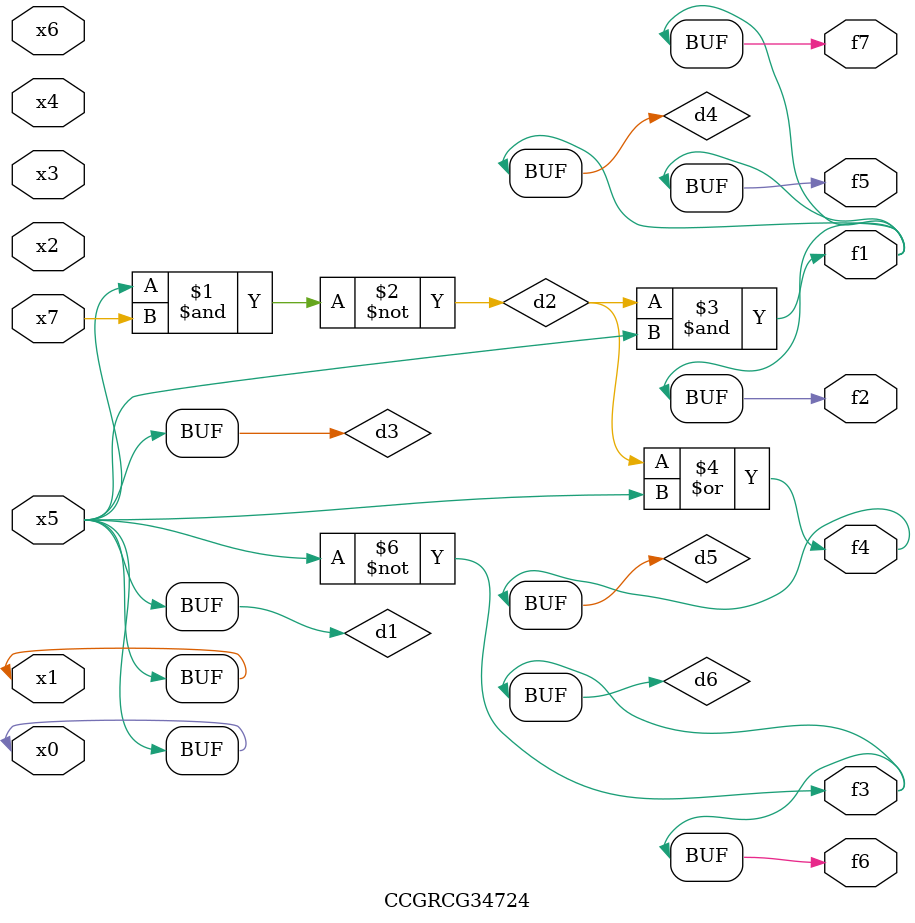
<source format=v>
module CCGRCG34724(
	input x0, x1, x2, x3, x4, x5, x6, x7,
	output f1, f2, f3, f4, f5, f6, f7
);

	wire d1, d2, d3, d4, d5, d6;

	buf (d1, x0, x5);
	nand (d2, x5, x7);
	buf (d3, x0, x1);
	and (d4, d2, d3);
	or (d5, d2, d3);
	nor (d6, d1, d3);
	assign f1 = d4;
	assign f2 = d4;
	assign f3 = d6;
	assign f4 = d5;
	assign f5 = d4;
	assign f6 = d6;
	assign f7 = d4;
endmodule

</source>
